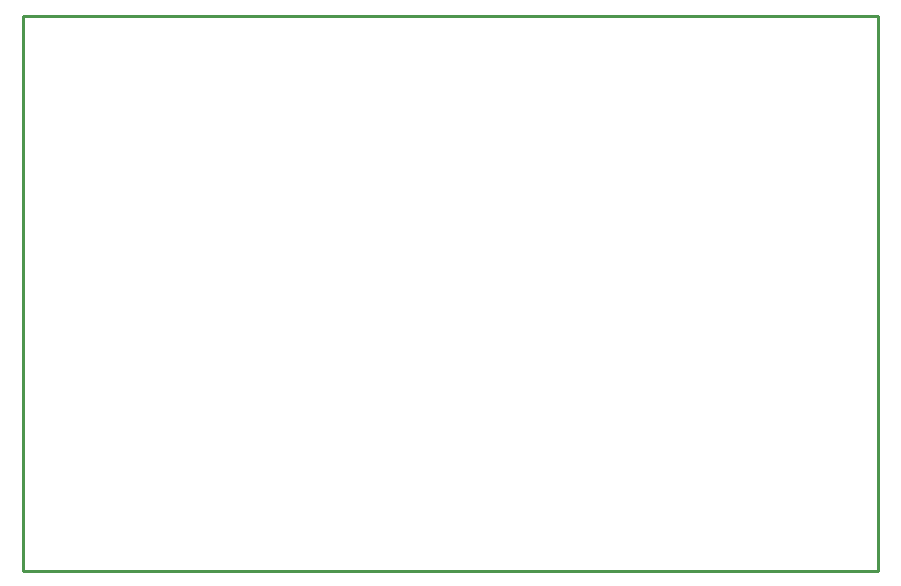
<source format=gbr>
G04 EAGLE Gerber RS-274X export*
G75*
%MOMM*%
%FSLAX34Y34*%
%LPD*%
%IN*%
%IPPOS*%
%AMOC8*
5,1,8,0,0,1.08239X$1,22.5*%
G01*
%ADD10C,0.254000*%


D10*
X0Y0D02*
X723900Y0D01*
X723900Y469900D01*
X0Y469900D01*
X0Y0D01*
M02*

</source>
